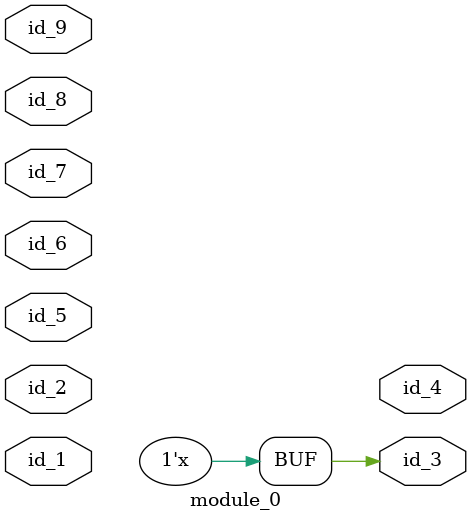
<source format=v>
`define pp_9 0
module module_0 (
    id_1,
    id_2,
    id_3,
    id_4,
    id_5,
    id_6,
    id_7,
    id_8,
    id_9
);
  inout id_9;
  inout id_8;
  inout id_7;
  input id_6;
  inout id_5;
  output id_4;
  output id_3;
  inout id_2;
  input id_1;
  assign id_3 = id_5[1];
endmodule

</source>
